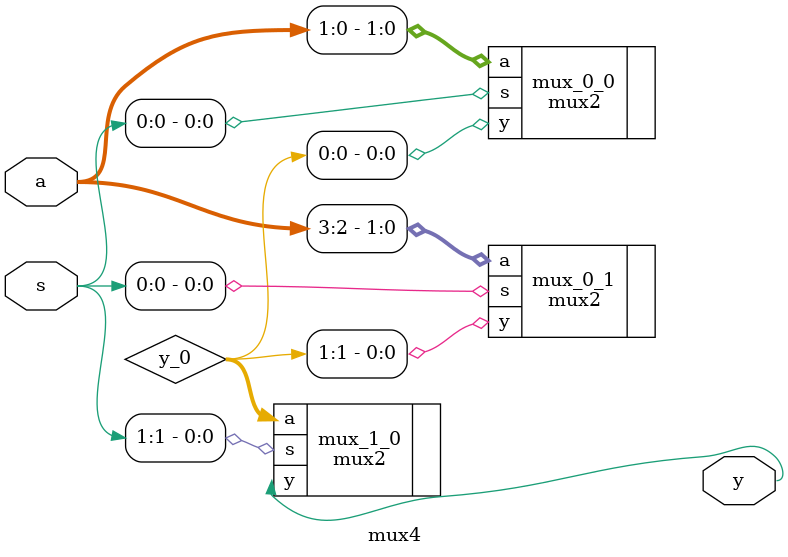
<source format=sv>
`timescale 1ns/1ps
`default_nettype none
`include "./mux/mux2.sv"

module mux4(a, s, y);

    input [3:0] a;
    input [1:0] s;
    output logic y; // the last or logic

    // Below is "STRUCTURAL" verilog - explicit hardware
    logic [1:0] y_0;
    mux2 mux_0_0(.a(a[1:0]), .s(s[0]), .y(y_0[0]));
    mux2 mux_0_1(.a(a[3:2]), .s(s[0]), .y(y_0[1]));
    mux2 mux_1_0(.a(y_0),    .s(s[1]), .y(y));

endmodule
</source>
